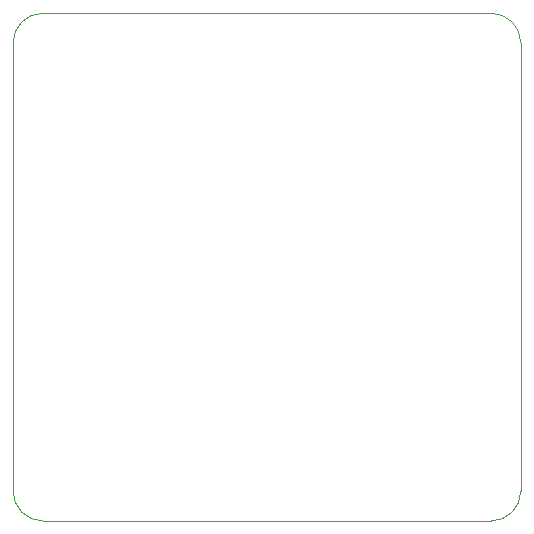
<source format=gbr>
%TF.GenerationSoftware,KiCad,Pcbnew,(6.0.5)*%
%TF.CreationDate,2022-06-16T15:32:05-04:00*%
%TF.ProjectId,pq-cdh,70712d63-6468-42e6-9b69-6361645f7063,V0.2.0*%
%TF.SameCoordinates,Original*%
%TF.FileFunction,Profile,NP*%
%FSLAX46Y46*%
G04 Gerber Fmt 4.6, Leading zero omitted, Abs format (unit mm)*
G04 Created by KiCad (PCBNEW (6.0.5)) date 2022-06-16 15:32:05*
%MOMM*%
%LPD*%
G01*
G04 APERTURE LIST*
%TA.AperFunction,Profile*%
%ADD10C,0.050000*%
%TD*%
G04 APERTURE END LIST*
D10*
X136040000Y-129500000D02*
X173960000Y-129500000D01*
X136040000Y-86500000D02*
X173960000Y-86500000D01*
X133500000Y-126960000D02*
G75*
G03*
X136040000Y-129500000I2540000J0D01*
G01*
X136040000Y-86500000D02*
G75*
G03*
X133500000Y-89040000I0J-2540000D01*
G01*
X173960000Y-129500000D02*
G75*
G03*
X176500000Y-126960000I0J2540000D01*
G01*
X176500000Y-89040000D02*
G75*
G03*
X173960000Y-86500000I-2540000J0D01*
G01*
X176500000Y-89040000D02*
X176500000Y-126960000D01*
X133500000Y-126960000D02*
X133500000Y-89040000D01*
M02*

</source>
